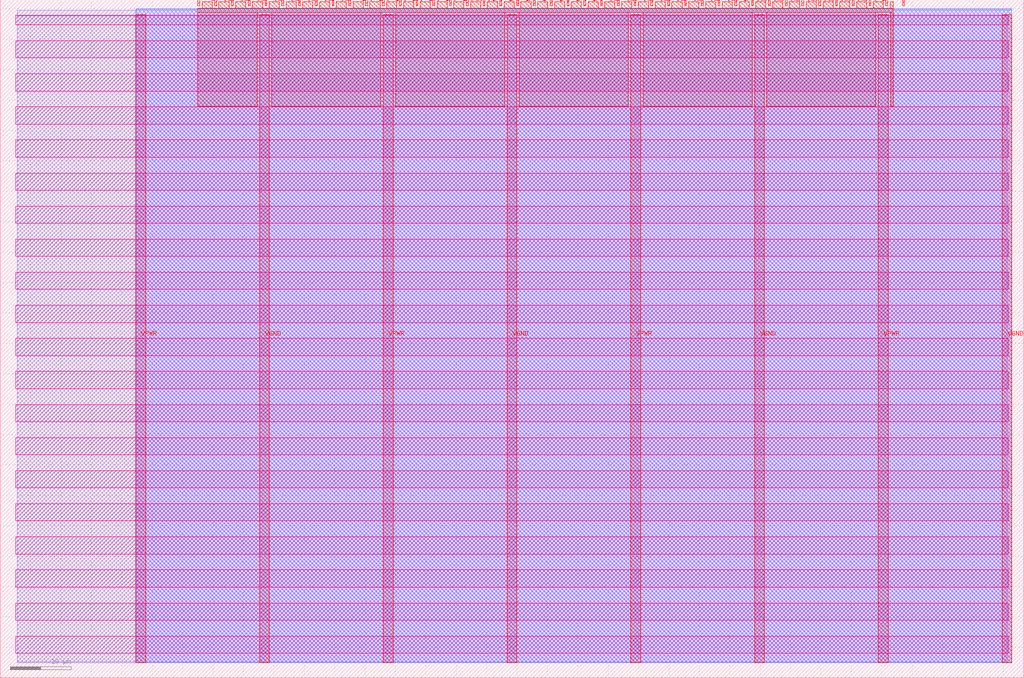
<source format=lef>
VERSION 5.7 ;
  NOWIREEXTENSIONATPIN ON ;
  DIVIDERCHAR "/" ;
  BUSBITCHARS "[]" ;
MACRO tt_um_if
  CLASS BLOCK ;
  FOREIGN tt_um_if ;
  ORIGIN 0.000 0.000 ;
  SIZE 168.360 BY 111.520 ;
  PIN VGND
    DIRECTION INOUT ;
    USE GROUND ;
    PORT
      LAYER met4 ;
        RECT 42.670 2.480 44.270 109.040 ;
    END
    PORT
      LAYER met4 ;
        RECT 83.380 2.480 84.980 109.040 ;
    END
    PORT
      LAYER met4 ;
        RECT 124.090 2.480 125.690 109.040 ;
    END
    PORT
      LAYER met4 ;
        RECT 164.800 2.480 166.400 109.040 ;
    END
  END VGND
  PIN VPWR
    DIRECTION INOUT ;
    USE POWER ;
    PORT
      LAYER met4 ;
        RECT 22.315 2.480 23.915 109.040 ;
    END
    PORT
      LAYER met4 ;
        RECT 63.025 2.480 64.625 109.040 ;
    END
    PORT
      LAYER met4 ;
        RECT 103.735 2.480 105.335 109.040 ;
    END
    PORT
      LAYER met4 ;
        RECT 144.445 2.480 146.045 109.040 ;
    END
  END VPWR
  PIN clk
    DIRECTION INPUT ;
    USE SIGNAL ;
    ANTENNAGATEAREA 0.852000 ;
    PORT
      LAYER met4 ;
        RECT 145.670 110.520 145.970 111.520 ;
    END
  END clk
  PIN ena
    DIRECTION INPUT ;
    USE SIGNAL ;
    PORT
      LAYER met4 ;
        RECT 148.430 110.520 148.730 111.520 ;
    END
  END ena
  PIN rst_n
    DIRECTION INPUT ;
    USE SIGNAL ;
    ANTENNAGATEAREA 0.126000 ;
    PORT
      LAYER met4 ;
        RECT 142.910 110.520 143.210 111.520 ;
    END
  END rst_n
  PIN ui_in[0]
    DIRECTION INPUT ;
    USE SIGNAL ;
    ANTENNAGATEAREA 0.196500 ;
    PORT
      LAYER met4 ;
        RECT 140.150 110.520 140.450 111.520 ;
    END
  END ui_in[0]
  PIN ui_in[1]
    DIRECTION INPUT ;
    USE SIGNAL ;
    ANTENNAGATEAREA 0.196500 ;
    PORT
      LAYER met4 ;
        RECT 137.390 110.520 137.690 111.520 ;
    END
  END ui_in[1]
  PIN ui_in[2]
    DIRECTION INPUT ;
    USE SIGNAL ;
    ANTENNAGATEAREA 0.196500 ;
    PORT
      LAYER met4 ;
        RECT 134.630 110.520 134.930 111.520 ;
    END
  END ui_in[2]
  PIN ui_in[3]
    DIRECTION INPUT ;
    USE SIGNAL ;
    ANTENNAGATEAREA 0.196500 ;
    PORT
      LAYER met4 ;
        RECT 131.870 110.520 132.170 111.520 ;
    END
  END ui_in[3]
  PIN ui_in[4]
    DIRECTION INPUT ;
    USE SIGNAL ;
    ANTENNAGATEAREA 0.196500 ;
    PORT
      LAYER met4 ;
        RECT 129.110 110.520 129.410 111.520 ;
    END
  END ui_in[4]
  PIN ui_in[5]
    DIRECTION INPUT ;
    USE SIGNAL ;
    ANTENNAGATEAREA 0.196500 ;
    PORT
      LAYER met4 ;
        RECT 126.350 110.520 126.650 111.520 ;
    END
  END ui_in[5]
  PIN ui_in[6]
    DIRECTION INPUT ;
    USE SIGNAL ;
    ANTENNAGATEAREA 0.196500 ;
    PORT
      LAYER met4 ;
        RECT 123.590 110.520 123.890 111.520 ;
    END
  END ui_in[6]
  PIN ui_in[7]
    DIRECTION INPUT ;
    USE SIGNAL ;
    ANTENNAGATEAREA 0.196500 ;
    PORT
      LAYER met4 ;
        RECT 120.830 110.520 121.130 111.520 ;
    END
  END ui_in[7]
  PIN uio_in[0]
    DIRECTION INPUT ;
    USE SIGNAL ;
    PORT
      LAYER met4 ;
        RECT 118.070 110.520 118.370 111.520 ;
    END
  END uio_in[0]
  PIN uio_in[1]
    DIRECTION INPUT ;
    USE SIGNAL ;
    PORT
      LAYER met4 ;
        RECT 115.310 110.520 115.610 111.520 ;
    END
  END uio_in[1]
  PIN uio_in[2]
    DIRECTION INPUT ;
    USE SIGNAL ;
    PORT
      LAYER met4 ;
        RECT 112.550 110.520 112.850 111.520 ;
    END
  END uio_in[2]
  PIN uio_in[3]
    DIRECTION INPUT ;
    USE SIGNAL ;
    PORT
      LAYER met4 ;
        RECT 109.790 110.520 110.090 111.520 ;
    END
  END uio_in[3]
  PIN uio_in[4]
    DIRECTION INPUT ;
    USE SIGNAL ;
    PORT
      LAYER met4 ;
        RECT 107.030 110.520 107.330 111.520 ;
    END
  END uio_in[4]
  PIN uio_in[5]
    DIRECTION INPUT ;
    USE SIGNAL ;
    PORT
      LAYER met4 ;
        RECT 104.270 110.520 104.570 111.520 ;
    END
  END uio_in[5]
  PIN uio_in[6]
    DIRECTION INPUT ;
    USE SIGNAL ;
    PORT
      LAYER met4 ;
        RECT 101.510 110.520 101.810 111.520 ;
    END
  END uio_in[6]
  PIN uio_in[7]
    DIRECTION INPUT ;
    USE SIGNAL ;
    PORT
      LAYER met4 ;
        RECT 98.750 110.520 99.050 111.520 ;
    END
  END uio_in[7]
  PIN uio_oe[0]
    DIRECTION OUTPUT TRISTATE ;
    USE SIGNAL ;
    PORT
      LAYER met4 ;
        RECT 51.830 110.520 52.130 111.520 ;
    END
  END uio_oe[0]
  PIN uio_oe[1]
    DIRECTION OUTPUT TRISTATE ;
    USE SIGNAL ;
    PORT
      LAYER met4 ;
        RECT 49.070 110.520 49.370 111.520 ;
    END
  END uio_oe[1]
  PIN uio_oe[2]
    DIRECTION OUTPUT TRISTATE ;
    USE SIGNAL ;
    PORT
      LAYER met4 ;
        RECT 46.310 110.520 46.610 111.520 ;
    END
  END uio_oe[2]
  PIN uio_oe[3]
    DIRECTION OUTPUT TRISTATE ;
    USE SIGNAL ;
    PORT
      LAYER met4 ;
        RECT 43.550 110.520 43.850 111.520 ;
    END
  END uio_oe[3]
  PIN uio_oe[4]
    DIRECTION OUTPUT TRISTATE ;
    USE SIGNAL ;
    PORT
      LAYER met4 ;
        RECT 40.790 110.520 41.090 111.520 ;
    END
  END uio_oe[4]
  PIN uio_oe[5]
    DIRECTION OUTPUT TRISTATE ;
    USE SIGNAL ;
    PORT
      LAYER met4 ;
        RECT 38.030 110.520 38.330 111.520 ;
    END
  END uio_oe[5]
  PIN uio_oe[6]
    DIRECTION OUTPUT TRISTATE ;
    USE SIGNAL ;
    PORT
      LAYER met4 ;
        RECT 35.270 110.520 35.570 111.520 ;
    END
  END uio_oe[6]
  PIN uio_oe[7]
    DIRECTION OUTPUT TRISTATE ;
    USE SIGNAL ;
    PORT
      LAYER met4 ;
        RECT 32.510 110.520 32.810 111.520 ;
    END
  END uio_oe[7]
  PIN uio_out[0]
    DIRECTION OUTPUT TRISTATE ;
    USE SIGNAL ;
    PORT
      LAYER met4 ;
        RECT 73.910 110.520 74.210 111.520 ;
    END
  END uio_out[0]
  PIN uio_out[1]
    DIRECTION OUTPUT TRISTATE ;
    USE SIGNAL ;
    PORT
      LAYER met4 ;
        RECT 71.150 110.520 71.450 111.520 ;
    END
  END uio_out[1]
  PIN uio_out[2]
    DIRECTION OUTPUT TRISTATE ;
    USE SIGNAL ;
    PORT
      LAYER met4 ;
        RECT 68.390 110.520 68.690 111.520 ;
    END
  END uio_out[2]
  PIN uio_out[3]
    DIRECTION OUTPUT TRISTATE ;
    USE SIGNAL ;
    PORT
      LAYER met4 ;
        RECT 65.630 110.520 65.930 111.520 ;
    END
  END uio_out[3]
  PIN uio_out[4]
    DIRECTION OUTPUT TRISTATE ;
    USE SIGNAL ;
    PORT
      LAYER met4 ;
        RECT 62.870 110.520 63.170 111.520 ;
    END
  END uio_out[4]
  PIN uio_out[5]
    DIRECTION OUTPUT TRISTATE ;
    USE SIGNAL ;
    PORT
      LAYER met4 ;
        RECT 60.110 110.520 60.410 111.520 ;
    END
  END uio_out[5]
  PIN uio_out[6]
    DIRECTION OUTPUT TRISTATE ;
    USE SIGNAL ;
    PORT
      LAYER met4 ;
        RECT 57.350 110.520 57.650 111.520 ;
    END
  END uio_out[6]
  PIN uio_out[7]
    DIRECTION OUTPUT TRISTATE ;
    USE SIGNAL ;
    ANTENNADIFFAREA 0.795200 ;
    PORT
      LAYER met4 ;
        RECT 54.590 110.520 54.890 111.520 ;
    END
  END uio_out[7]
  PIN uo_out[0]
    DIRECTION OUTPUT TRISTATE ;
    USE SIGNAL ;
    ANTENNAGATEAREA 0.621000 ;
    ANTENNADIFFAREA 0.891000 ;
    PORT
      LAYER met4 ;
        RECT 95.990 110.520 96.290 111.520 ;
    END
  END uo_out[0]
  PIN uo_out[1]
    DIRECTION OUTPUT TRISTATE ;
    USE SIGNAL ;
    ANTENNAGATEAREA 0.621000 ;
    ANTENNADIFFAREA 0.891000 ;
    PORT
      LAYER met4 ;
        RECT 93.230 110.520 93.530 111.520 ;
    END
  END uo_out[1]
  PIN uo_out[2]
    DIRECTION OUTPUT TRISTATE ;
    USE SIGNAL ;
    ANTENNAGATEAREA 0.499500 ;
    ANTENNADIFFAREA 0.891000 ;
    PORT
      LAYER met4 ;
        RECT 90.470 110.520 90.770 111.520 ;
    END
  END uo_out[2]
  PIN uo_out[3]
    DIRECTION OUTPUT TRISTATE ;
    USE SIGNAL ;
    ANTENNAGATEAREA 0.747000 ;
    ANTENNADIFFAREA 0.891000 ;
    PORT
      LAYER met4 ;
        RECT 87.710 110.520 88.010 111.520 ;
    END
  END uo_out[3]
  PIN uo_out[4]
    DIRECTION OUTPUT TRISTATE ;
    USE SIGNAL ;
    ANTENNAGATEAREA 0.868500 ;
    ANTENNADIFFAREA 0.891000 ;
    PORT
      LAYER met4 ;
        RECT 84.950 110.520 85.250 111.520 ;
    END
  END uo_out[4]
  PIN uo_out[5]
    DIRECTION OUTPUT TRISTATE ;
    USE SIGNAL ;
    ANTENNAGATEAREA 1.116000 ;
    ANTENNADIFFAREA 0.891000 ;
    PORT
      LAYER met4 ;
        RECT 82.190 110.520 82.490 111.520 ;
    END
  END uo_out[5]
  PIN uo_out[6]
    DIRECTION OUTPUT TRISTATE ;
    USE SIGNAL ;
    ANTENNAGATEAREA 0.747000 ;
    ANTENNADIFFAREA 0.891000 ;
    PORT
      LAYER met4 ;
        RECT 79.430 110.520 79.730 111.520 ;
    END
  END uo_out[6]
  PIN uo_out[7]
    DIRECTION OUTPUT TRISTATE ;
    USE SIGNAL ;
    ANTENNAGATEAREA 0.742500 ;
    ANTENNADIFFAREA 0.891000 ;
    PORT
      LAYER met4 ;
        RECT 76.670 110.520 76.970 111.520 ;
    END
  END uo_out[7]
  OBS
      LAYER nwell ;
        RECT 2.570 107.385 165.790 108.990 ;
        RECT 2.570 101.945 165.790 104.775 ;
        RECT 2.570 96.505 165.790 99.335 ;
        RECT 2.570 91.065 165.790 93.895 ;
        RECT 2.570 85.625 165.790 88.455 ;
        RECT 2.570 80.185 165.790 83.015 ;
        RECT 2.570 74.745 165.790 77.575 ;
        RECT 2.570 69.305 165.790 72.135 ;
        RECT 2.570 63.865 165.790 66.695 ;
        RECT 2.570 58.425 165.790 61.255 ;
        RECT 2.570 52.985 165.790 55.815 ;
        RECT 2.570 47.545 165.790 50.375 ;
        RECT 2.570 42.105 165.790 44.935 ;
        RECT 2.570 36.665 165.790 39.495 ;
        RECT 2.570 31.225 165.790 34.055 ;
        RECT 2.570 25.785 165.790 28.615 ;
        RECT 2.570 20.345 165.790 23.175 ;
        RECT 2.570 14.905 165.790 17.735 ;
        RECT 2.570 9.465 165.790 12.295 ;
        RECT 2.570 4.025 165.790 6.855 ;
      LAYER li1 ;
        RECT 2.760 2.635 165.600 108.885 ;
      LAYER met1 ;
        RECT 2.760 2.480 166.400 109.780 ;
      LAYER met2 ;
        RECT 22.345 2.535 166.370 110.005 ;
      LAYER met3 ;
        RECT 22.325 2.555 166.390 109.985 ;
      LAYER met4 ;
        RECT 33.210 110.120 34.870 111.170 ;
        RECT 35.970 110.120 37.630 111.170 ;
        RECT 38.730 110.120 40.390 111.170 ;
        RECT 41.490 110.120 43.150 111.170 ;
        RECT 44.250 110.120 45.910 111.170 ;
        RECT 47.010 110.120 48.670 111.170 ;
        RECT 49.770 110.120 51.430 111.170 ;
        RECT 52.530 110.120 54.190 111.170 ;
        RECT 55.290 110.120 56.950 111.170 ;
        RECT 58.050 110.120 59.710 111.170 ;
        RECT 60.810 110.120 62.470 111.170 ;
        RECT 63.570 110.120 65.230 111.170 ;
        RECT 66.330 110.120 67.990 111.170 ;
        RECT 69.090 110.120 70.750 111.170 ;
        RECT 71.850 110.120 73.510 111.170 ;
        RECT 74.610 110.120 76.270 111.170 ;
        RECT 77.370 110.120 79.030 111.170 ;
        RECT 80.130 110.120 81.790 111.170 ;
        RECT 82.890 110.120 84.550 111.170 ;
        RECT 85.650 110.120 87.310 111.170 ;
        RECT 88.410 110.120 90.070 111.170 ;
        RECT 91.170 110.120 92.830 111.170 ;
        RECT 93.930 110.120 95.590 111.170 ;
        RECT 96.690 110.120 98.350 111.170 ;
        RECT 99.450 110.120 101.110 111.170 ;
        RECT 102.210 110.120 103.870 111.170 ;
        RECT 104.970 110.120 106.630 111.170 ;
        RECT 107.730 110.120 109.390 111.170 ;
        RECT 110.490 110.120 112.150 111.170 ;
        RECT 113.250 110.120 114.910 111.170 ;
        RECT 116.010 110.120 117.670 111.170 ;
        RECT 118.770 110.120 120.430 111.170 ;
        RECT 121.530 110.120 123.190 111.170 ;
        RECT 124.290 110.120 125.950 111.170 ;
        RECT 127.050 110.120 128.710 111.170 ;
        RECT 129.810 110.120 131.470 111.170 ;
        RECT 132.570 110.120 134.230 111.170 ;
        RECT 135.330 110.120 136.990 111.170 ;
        RECT 138.090 110.120 139.750 111.170 ;
        RECT 140.850 110.120 142.510 111.170 ;
        RECT 143.610 110.120 145.270 111.170 ;
        RECT 146.370 110.120 146.905 111.170 ;
        RECT 32.495 109.440 146.905 110.120 ;
        RECT 32.495 94.015 42.270 109.440 ;
        RECT 44.670 94.015 62.625 109.440 ;
        RECT 65.025 94.015 82.980 109.440 ;
        RECT 85.380 94.015 103.335 109.440 ;
        RECT 105.735 94.015 123.690 109.440 ;
        RECT 126.090 94.015 144.045 109.440 ;
        RECT 146.445 94.015 146.905 109.440 ;
  END
END tt_um_if
END LIBRARY


</source>
